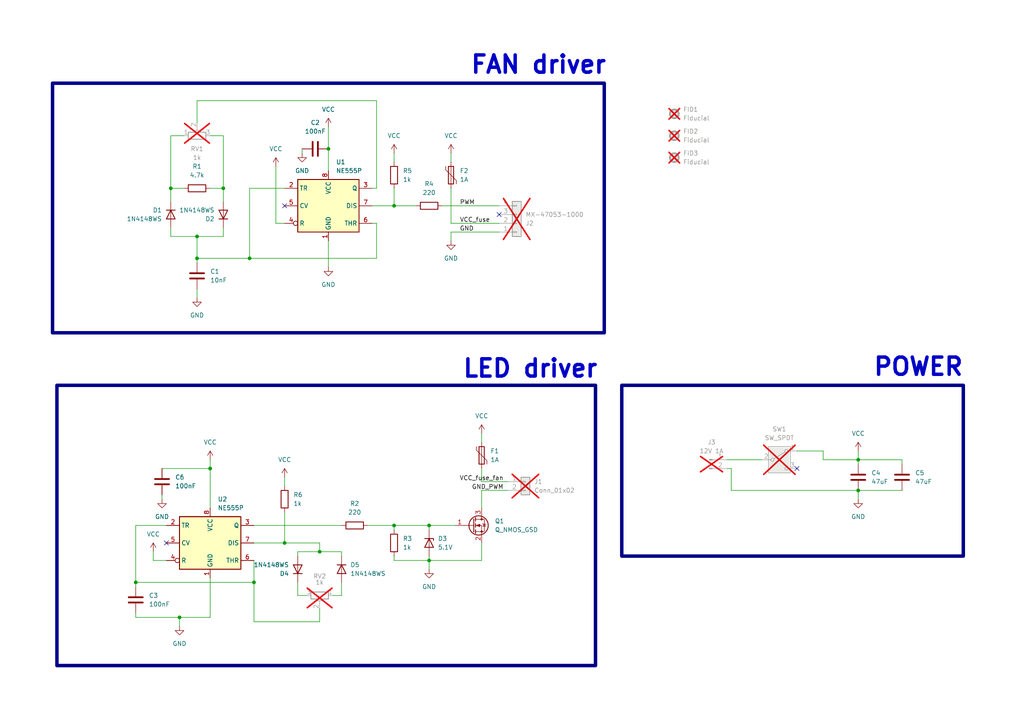
<source format=kicad_sch>
(kicad_sch (version 20231120) (generator "eeschema") (generator_version "8.0")
  (paper "A4")
  (title_block (title "Fume Extractor Controller") (date "2024-05-20") (rev "1") (comment 1 "Designer: Mark Kovacs"))
  (lib_symbols
    (symbol "Connector:Conn_01x02_Pin" (pin_names (offset 1.016) hide)
      (property "Reference" "J" (at 0 2.54 0))
      (property "Value" "Conn_01x02_Pin" (at 0 -5.08 0))
      (symbol "Conn_01x02_Pin_1_1"
        (polyline (pts (xy 1.27 -2.54) (xy 0.8636 -2.54)) (stroke (width 0.1524)))
        (polyline (pts (xy 1.27 0) (xy 0.8636 0)) (stroke (width 0.1524)))
        (rectangle (start 0.8636 -2.413) (end 0 -2.667) (stroke (width 0.1524)) (fill (type outline)))
        (rectangle (start 0.8636 0.127) (end 0 -0.127) (stroke (width 0.1524)) (fill (type outline)))
        (pin passive line (at 5.08 0 180) (length 3.81) (name "Pin_1") (number "1"))
        (pin passive line (at 5.08 -2.54 180) (length 3.81) (name "Pin_2") (number "2"))
      )
    )
    (symbol "Connector_Generic:Conn_01x02" (pin_names (offset 1.016) hide)
      (property "Reference" "J" (at 0 2.54 0))
      (property "Value" "Conn_01x02" (at 0 -5.08 0))
      (symbol "Conn_01x02_1_1"
        (rectangle (start -1.27 -2.413) (end 0 -2.667) (stroke (width 0.1524)))
        (rectangle (start -1.27 0.127) (end 0 -0.127) (stroke (width 0.1524)))
        (rectangle (start -1.27 1.27) (end 1.27 -3.81) (stroke (width 0.254)) (fill (type background)))
        (pin passive line (at -5.08 0 0) (length 3.81) (name "Pin_1") (number "1"))
        (pin passive line (at -5.08 -2.54 0) (length 3.81) (name "Pin_2") (number "2"))
      )
    )
    (symbol "Connector_Generic:Conn_01x04" (pin_names (offset 1.016) hide)
      (property "Reference" "J" (at 0 5.08 0))
      (property "Value" "Conn_01x04" (at 0 -7.62 0))
      (symbol "Conn_01x04_1_1"
        (rectangle (start -1.27 -4.953) (end 0 -5.207) (stroke (width 0.1524)))
        (rectangle (start -1.27 -2.413) (end 0 -2.667) (stroke (width 0.1524)))
        (rectangle (start -1.27 0.127) (end 0 -0.127) (stroke (width 0.1524)))
        (rectangle (start -1.27 2.667) (end 0 2.413) (stroke (width 0.1524)))
        (rectangle (start -1.27 3.81) (end 1.27 -6.35) (stroke (width 0.254)) (fill (type background)))
        (pin passive line (at -5.08 2.54 0) (length 3.81) (name "Pin_1") (number "1"))
        (pin passive line (at -5.08 0 0) (length 3.81) (name "Pin_2") (number "2"))
        (pin passive line (at -5.08 -2.54 0) (length 3.81) (name "Pin_3") (number "3"))
        (pin passive line (at -5.08 -5.08 0) (length 3.81) (name "Pin_4") (number "4"))
      )
    )
    (symbol "Device:C" (pin_numbers hide) (pin_names (offset 0.254))
      (property "Reference" "C" (at 0.635 2.54 0))
      (property "Value" "C" (at 0.635 -2.54 0))
      (symbol "C_0_1"
        (polyline (pts (xy -2.032 -0.762) (xy 2.032 -0.762)) (stroke (width 0.508)))
        (polyline (pts (xy -2.032 0.762) (xy 2.032 0.762)) (stroke (width 0.508)))
      )
      (symbol "C_1_1"
        (pin passive line (at 0 3.81 270) (length 2.794) (name "~") (number "1"))
        (pin passive line (at 0 -3.81 90) (length 2.794) (name "~") (number "2"))
      )
    )
    (symbol "Device:D" (pin_numbers hide) (pin_names (offset 1.016) hide)
      (property "Reference" "D" (at 0 2.54 0))
      (property "Value" "D" (at 0 -2.54 0))
      (symbol "D_0_1"
        (polyline (pts (xy -1.27 1.27) (xy -1.27 -1.27)) (stroke (width 0.254)))
        (polyline (pts (xy 1.27 0) (xy -1.27 0)))
        (polyline (pts (xy 1.27 1.27) (xy 1.27 -1.27) (xy -1.27 0) (xy 1.27 1.27)) (stroke (width 0.254)))
      )
      (symbol "D_1_1"
        (pin passive line (at -3.81 0 0) (length 2.54) (name "K") (number "1"))
        (pin passive line (at 3.81 0 180) (length 2.54) (name "A") (number "2"))
      )
    )
    (symbol "Device:D_Zener" (pin_numbers hide) (pin_names (offset 1.016) hide)
      (property "Reference" "D" (at 0 2.54 0))
      (property "Value" "D_Zener" (at 0 -2.54 0))
      (symbol "D_Zener_0_1"
        (polyline (pts (xy 1.27 0) (xy -1.27 0)))
        (polyline (pts (xy -1.27 -1.27) (xy -1.27 1.27) (xy -0.762 1.27)) (stroke (width 0.254)))
        (polyline (pts (xy 1.27 -1.27) (xy 1.27 1.27) (xy -1.27 0) (xy 1.27 -1.27)) (stroke (width 0.254)))
      )
      (symbol "D_Zener_1_1"
        (pin passive line (at -3.81 0 0) (length 2.54) (name "K") (number "1"))
        (pin passive line (at 3.81 0 180) (length 2.54) (name "A") (number "2"))
      )
    )
    (symbol "Device:Polyfuse" (pin_numbers hide) (pin_names (offset 0))
      (property "Reference" "F" (at -2.54 0 90))
      (property "Value" "Polyfuse" (at 2.54 0 90))
      (symbol "Polyfuse_0_1"
        (rectangle (start -0.762 2.54) (end 0.762 -2.54) (stroke (width 0.254)))
        (polyline (pts (xy 0 2.54) (xy 0 -2.54)))
        (polyline (pts (xy -1.524 2.54) (xy -1.524 1.524) (xy 1.524 -1.524) (xy 1.524 -2.54)))
      )
      (symbol "Polyfuse_1_1"
        (pin passive line (at 0 3.81 270) (length 1.27) (name "~") (number "1"))
        (pin passive line (at 0 -3.81 90) (length 1.27) (name "~") (number "2"))
      )
    )
    (symbol "Device:Q_NMOS_GSD" (pin_names (offset 0) hide)
      (property "Reference" "Q" (at 5.08 1.27 0))
      (property "Value" "Q_NMOS_GSD" (at 5.08 -1.27 0))
      (symbol "Q_NMOS_GSD_0_1"
        (polyline (pts (xy 0.254 0) (xy -2.54 0)))
        (polyline (pts (xy 0.254 1.905) (xy 0.254 -1.905)) (stroke (width 0.254)))
        (polyline (pts (xy 0.762 -1.27) (xy 0.762 -2.286)) (stroke (width 0.254)))
        (polyline (pts (xy 0.762 0.508) (xy 0.762 -0.508)) (stroke (width 0.254)))
        (polyline (pts (xy 0.762 2.286) (xy 0.762 1.27)) (stroke (width 0.254)))
        (polyline (pts (xy 2.54 2.54) (xy 2.54 1.778)))
        (polyline (pts (xy 2.54 -2.54) (xy 2.54 0) (xy 0.762 0)))
        (polyline (pts (xy 0.762 -1.778) (xy 3.302 -1.778) (xy 3.302 1.778) (xy 0.762 1.778)))
        (polyline (pts (xy 1.016 0) (xy 2.032 0.381) (xy 2.032 -0.381) (xy 1.016 0)) (fill (type outline)))
        (polyline (pts (xy 2.794 0.508) (xy 2.921 0.381) (xy 3.683 0.381) (xy 3.81 0.254)))
        (polyline (pts (xy 3.302 0.381) (xy 2.921 -0.254) (xy 3.683 -0.254) (xy 3.302 0.381)))
        (circle (center 1.651 0) (radius 2.794) (stroke (width 0.254)))
        (circle (center 2.54 -1.778) (radius 0.254) (fill (type outline)))
        (circle (center 2.54 1.778) (radius 0.254) (fill (type outline)))
      )
      (symbol "Q_NMOS_GSD_1_1"
        (pin input line (at -5.08 0 0) (length 2.54) (name "G") (number "1"))
        (pin passive line (at 2.54 -5.08 90) (length 2.54) (name "S") (number "2"))
        (pin passive line (at 2.54 5.08 270) (length 2.54) (name "D") (number "3"))
      )
    )
    (symbol "Device:R" (pin_numbers hide) (pin_names (offset 0))
      (property "Reference" "R" (at 2.032 0 90))
      (property "Value" "R" (at 0 0 90))
      (symbol "R_0_1"
        (rectangle (start -1.016 -2.54) (end 1.016 2.54) (stroke (width 0.254)))
      )
      (symbol "R_1_1"
        (pin passive line (at 0 3.81 270) (length 1.27) (name "~") (number "1"))
        (pin passive line (at 0 -3.81 90) (length 1.27) (name "~") (number "2"))
      )
    )
    (symbol "Device:R_Potentiometer_Trim" (pin_names (offset 1.016) hide)
      (property "Reference" "RV" (at -4.445 0 90))
      (property "Value" "R_Potentiometer_Trim" (at -2.54 0 90))
      (symbol "R_Potentiometer_Trim_0_1"
        (polyline (pts (xy 1.524 0.762) (xy 1.524 -0.762)))
        (polyline (pts (xy 2.54 0) (xy 1.524 0)))
        (rectangle (start 1.016 2.54) (end -1.016 -2.54) (stroke (width 0.254)))
      )
      (symbol "R_Potentiometer_Trim_1_1"
        (pin passive line (at 0 3.81 270) (length 1.27) (name "1") (number "1"))
        (pin passive line (at 3.81 0 180) (length 1.27) (name "2") (number "2"))
        (pin passive line (at 0 -3.81 90) (length 1.27) (name "3") (number "3"))
      )
    )
    (symbol "Mechanical:Fiducial"
      (property "Reference" "FID" (at 0 5.08 0))
      (property "Value" "Fiducial" (at 0 3.175 0))
      (symbol "Fiducial_0_1"
        (circle (center 0 0) (radius 1.27) (stroke (width 0.508)) (fill (type background)))
      )
    )
    (symbol "Switch:SW_SPDT" (pin_names (offset 0) hide)
      (property "Reference" "SW" (at 0 5.08 0))
      (property "Value" "SW_SPDT" (at 0 -5.08 0))
      (symbol "SW_SPDT_0_1"
        (circle (center -2.032 0) (radius 0.4572))
        (polyline (pts (xy -1.651 0.254) (xy 1.651 2.286)))
        (circle (center 2.032 -2.54) (radius 0.4572))
        (circle (center 2.032 2.54) (radius 0.4572))
      )
      (symbol "SW_SPDT_1_1"
        (rectangle (start -3.175 3.81) (end 3.175 -3.81) (fill (type background)))
        (pin passive line (at 5.08 2.54 180) (length 2.54) (name "A") (number "1"))
        (pin passive line (at -5.08 0 0) (length 2.54) (name "B") (number "2"))
        (pin passive line (at 5.08 -2.54 180) (length 2.54) (name "C") (number "3"))
      )
    )
    (symbol "Timer:NE555P"
      (property "Reference" "U" (at -10.16 8.89 0))
      (property "Value" "NE555P" (at 2.54 8.89 0))
      (symbol "NE555P_0_0"
        (pin power_in line (at 0 -10.16 90) (length 2.54) (name "GND") (number "1"))
        (pin power_in line (at 0 10.16 270) (length 2.54) (name "VCC") (number "8"))
      )
      (symbol "NE555P_0_1"
        (rectangle (start -8.89 -7.62) (end 8.89 7.62) (stroke (width 0.254)) (fill (type background)))
        (rectangle (start -8.89 -7.62) (end 8.89 7.62) (stroke (width 0.254)) (fill (type background)))
      )
      (symbol "NE555P_1_1"
        (pin input line (at -12.7 5.08 0) (length 3.81) (name "TR") (number "2"))
        (pin output line (at 12.7 5.08 180) (length 3.81) (name "Q") (number "3"))
        (pin input inverted (at -12.7 -5.08 0) (length 3.81) (name "R") (number "4"))
        (pin input line (at -12.7 0 0) (length 3.81) (name "CV") (number "5"))
        (pin input line (at 12.7 -5.08 180) (length 3.81) (name "THR") (number "6"))
        (pin input line (at 12.7 0 180) (length 3.81) (name "DIS") (number "7"))
      )
    )
    (symbol "power:GND" (power) (pin_names (offset 0))
      (property "Value" "GND" (at 0 -3.81 0))
      (symbol "GND_0_1"
        (polyline (pts (xy 0 0) (xy 0 -1.27) (xy 1.27 -1.27) (xy 0 -2.54) (xy -1.27 -1.27) (xy 0 -1.27)))
      )
      (symbol "GND_1_1"
        (pin power_in line (at 0 0 270) (length 0) hide (name "GND") (number "1"))
      )
    )
    (symbol "power:VCC" (power) (pin_names (offset 0))
      (property "Value" "VCC" (at 0 3.81 0))
      (symbol "VCC_0_1"
        (polyline (pts (xy -0.762 1.27) (xy 0 2.54)))
        (polyline (pts (xy 0 0) (xy 0 2.54)))
        (polyline (pts (xy 0 2.54) (xy 0.762 1.27)))
      )
      (symbol "VCC_1_1"
        (pin power_in line (at 0 0 90) (length 0) hide (name "VCC") (number "1"))
      )
    )
  )
  (junction (at 57.15 74.93))
  (junction (at 248.92 142.24))
  (junction (at 95.25 43.18))
  (junction (at 73.66 168.91))
  (junction (at 60.96 135.89))
  (junction (at 39.37 168.91))
  (junction (at 52.07 179.07))
  (junction (at 248.92 133.35))
  (junction (at 72.39 74.93))
  (junction (at 92.71 160.02))
  (junction (at 114.3 59.69))
  (junction (at 49.53 54.61))
  (junction (at 57.15 68.58))
  (junction (at 64.77 54.61))
  (junction (at 124.46 162.56))
  (junction (at 82.55 157.48))
  (junction (at 114.3 152.4))
  (junction (at 124.46 152.4))
  (no_connect (at 48.26 157.48))
  (no_connect (at 82.55 59.69))
  (no_connect (at 231.14 135.89))
  (no_connect (at 144.78 62.23))
  (wire (pts (xy 92.71 180.34) (xy 73.66 180.34)))
  (wire (pts (xy 139.7 142.24) (xy 139.7 147.32)))
  (wire (pts (xy 130.81 67.31) (xy 144.78 67.31)))
  (wire (pts (xy 99.06 152.4) (xy 73.66 152.4)))
  (wire (pts (xy 39.37 179.07) (xy 39.37 177.8)))
  (wire (pts (xy 124.46 152.4) (xy 124.46 153.67)))
  (wire (pts (xy 248.92 130.81) (xy 248.92 133.35)))
  (wire (pts (xy 86.36 161.29) (xy 86.36 160.02)))
  (wire (pts (xy 86.36 172.72) (xy 88.9 172.72)))
  (wire (pts (xy 210.82 133.35) (xy 220.98 133.35)))
  (wire (pts (xy 95.25 36.83) (xy 95.25 43.18)))
  (wire (pts (xy 49.53 39.37) (xy 49.53 54.61)))
  (wire (pts (xy 57.15 74.93) (xy 57.15 76.2)))
  (wire (pts (xy 248.92 142.24) (xy 261.62 142.24)))
  (wire (pts (xy 60.96 39.37) (xy 64.77 39.37)))
  (wire (pts (xy 261.62 134.62) (xy 261.62 133.35)))
  (wire (pts (xy 124.46 152.4) (xy 132.08 152.4)))
  (wire (pts (xy 114.3 152.4) (xy 124.46 152.4)))
  (wire (pts (xy 139.7 162.56) (xy 124.46 162.56)))
  (wire (pts (xy 109.22 29.21) (xy 109.22 54.61)))
  (wire (pts (xy 114.3 54.61) (xy 114.3 59.69)))
  (wire (pts (xy 39.37 168.91) (xy 73.66 168.91)))
  (wire (pts (xy 139.7 157.48) (xy 139.7 162.56)))
  (wire (pts (xy 124.46 161.29) (xy 124.46 162.56)))
  (wire (pts (xy 231.14 130.81) (xy 238.76 130.81)))
  (wire (pts (xy 212.09 142.24) (xy 212.09 135.89)))
  (wire (pts (xy 82.55 54.61) (xy 72.39 54.61)))
  (wire (pts (xy 130.81 44.45) (xy 130.81 46.99)))
  (wire (pts (xy 99.06 168.91) (xy 99.06 172.72)))
  (wire (pts (xy 114.3 161.29) (xy 114.3 162.56)))
  (wire (pts (xy 48.26 162.56) (xy 44.45 162.56)))
  (wire (pts (xy 64.77 54.61) (xy 64.77 58.42)))
  (wire (pts (xy 57.15 29.21) (xy 109.22 29.21)))
  (wire (pts (xy 64.77 39.37) (xy 64.77 54.61)))
  (wire (pts (xy 82.55 64.77) (xy 80.01 64.77)))
  (wire (pts (xy 212.09 142.24) (xy 248.92 142.24)))
  (wire (pts (xy 139.7 139.7) (xy 147.32 139.7)))
  (wire (pts (xy 128.27 59.69) (xy 144.78 59.69)))
  (wire (pts (xy 212.09 135.89) (xy 210.82 135.89)))
  (wire (pts (xy 92.71 157.48) (xy 92.71 160.02)))
  (wire (pts (xy 248.92 133.35) (xy 261.62 133.35)))
  (wire (pts (xy 95.25 43.18) (xy 95.25 49.53)))
  (wire (pts (xy 82.55 157.48) (xy 92.71 157.48)))
  (wire (pts (xy 82.55 148.59) (xy 82.55 157.48)))
  (wire (pts (xy 57.15 68.58) (xy 57.15 74.93)))
  (wire (pts (xy 60.96 167.64) (xy 60.96 179.07)))
  (wire (pts (xy 86.36 168.91) (xy 86.36 172.72)))
  (wire (pts (xy 64.77 66.04) (xy 64.77 68.58)))
  (wire (pts (xy 87.63 43.18) (xy 87.63 44.45)))
  (wire (pts (xy 114.3 152.4) (xy 114.3 153.67)))
  (wire (pts (xy 109.22 64.77) (xy 107.95 64.77)))
  (wire (pts (xy 107.95 59.69) (xy 114.3 59.69)))
  (wire (pts (xy 80.01 48.26) (xy 80.01 64.77)))
  (wire (pts (xy 60.96 135.89) (xy 60.96 147.32)))
  (wire (pts (xy 130.81 64.77) (xy 144.78 64.77)))
  (wire (pts (xy 95.25 69.85) (xy 95.25 77.47)))
  (wire (pts (xy 39.37 152.4) (xy 48.26 152.4)))
  (wire (pts (xy 49.53 68.58) (xy 57.15 68.58)))
  (wire (pts (xy 49.53 66.04) (xy 49.53 68.58)))
  (wire (pts (xy 109.22 54.61) (xy 107.95 54.61)))
  (wire (pts (xy 39.37 170.18) (xy 39.37 168.91)))
  (wire (pts (xy 60.96 54.61) (xy 64.77 54.61)))
  (wire (pts (xy 238.76 133.35) (xy 248.92 133.35)))
  (wire (pts (xy 238.76 130.81) (xy 238.76 133.35)))
  (wire (pts (xy 130.81 67.31) (xy 130.81 69.85)))
  (wire (pts (xy 86.36 160.02) (xy 92.71 160.02)))
  (wire (pts (xy 73.66 162.56) (xy 73.66 168.91)))
  (wire (pts (xy 109.22 74.93) (xy 72.39 74.93)))
  (wire (pts (xy 72.39 54.61) (xy 72.39 74.93)))
  (wire (pts (xy 53.34 39.37) (xy 49.53 39.37)))
  (wire (pts (xy 130.81 64.77) (xy 130.81 54.61)))
  (wire (pts (xy 99.06 160.02) (xy 99.06 161.29)))
  (wire (pts (xy 52.07 181.61) (xy 52.07 179.07)))
  (wire (pts (xy 72.39 74.93) (xy 57.15 74.93)))
  (wire (pts (xy 44.45 160.02) (xy 44.45 162.56)))
  (wire (pts (xy 124.46 165.1) (xy 124.46 162.56)))
  (wire (pts (xy 57.15 35.56) (xy 57.15 29.21)))
  (wire (pts (xy 52.07 179.07) (xy 60.96 179.07)))
  (wire (pts (xy 46.99 135.89) (xy 60.96 135.89)))
  (wire (pts (xy 82.55 138.43) (xy 82.55 140.97)))
  (wire (pts (xy 60.96 133.35) (xy 60.96 135.89)))
  (wire (pts (xy 92.71 160.02) (xy 99.06 160.02)))
  (wire (pts (xy 139.7 142.24) (xy 147.32 142.24)))
  (wire (pts (xy 124.46 162.56) (xy 114.3 162.56)))
  (wire (pts (xy 92.71 176.53) (xy 92.71 180.34)))
  (wire (pts (xy 39.37 179.07) (xy 52.07 179.07)))
  (wire (pts (xy 49.53 58.42) (xy 49.53 54.61)))
  (wire (pts (xy 39.37 152.4) (xy 39.37 168.91)))
  (wire (pts (xy 106.68 152.4) (xy 114.3 152.4)))
  (wire (pts (xy 46.99 144.78) (xy 46.99 143.51)))
  (wire (pts (xy 248.92 142.24) (xy 248.92 144.78)))
  (wire (pts (xy 139.7 139.7) (xy 139.7 135.89)))
  (wire (pts (xy 96.52 172.72) (xy 99.06 172.72)))
  (wire (pts (xy 73.66 157.48) (xy 82.55 157.48)))
  (wire (pts (xy 139.7 125.73) (xy 139.7 128.27)))
  (wire (pts (xy 114.3 59.69) (xy 120.65 59.69)))
  (wire (pts (xy 114.3 44.45) (xy 114.3 46.99)))
  (wire (pts (xy 57.15 68.58) (xy 64.77 68.58)))
  (wire (pts (xy 248.92 133.35) (xy 248.92 134.62)))
  (wire (pts (xy 109.22 64.77) (xy 109.22 74.93)))
  (wire (pts (xy 73.66 180.34) (xy 73.66 168.91)))
  (wire (pts (xy 57.15 83.82) (xy 57.15 86.36)))
  (wire (pts (xy 49.53 54.61) (xy 53.34 54.61)))
  (rectangle (start 15.24 24.13) (end 175.26 96.52) (stroke (width 1) (color 0 0 132 1)))
  (rectangle (start 180.34 111.76) (end 279.4 161.29) (stroke (width 1) (color 0 0 132 1)))
  (rectangle (start 16.51 111.76) (end 172.72 193.04) (stroke (width 1) (color 0 0 132 1)))
  (text "POWER" (at 252.984 109.474 0) (effects (font (size 5 5) (thickness 1) (bold yes)) (justify left bottom)))
  (text "FAN driver" (at 136.144 21.844 0) (effects (font (size 5 5) (thickness 1) (bold yes)) (justify left bottom)))
  (text "LED driver" (at 133.858 109.982 0) (effects (font (size 5 5) (thickness 1) (bold yes)) (justify left bottom)))
  (label "GND_PWM" (at 146.05 142.24 180))
  (label "VCC_fuse_fan" (at 146.05 139.7 180))
  (label "VCC_fuse" (at 133.35 64.77 0))
  (label "GND" (at 133.35 67.31 0))
  (label "PWM" (at 133.35 59.69 0))
  (symbol (lib_id "power:GND") (at 52.07 181.61 0) (unit 1)
    (property "Reference" "#PWR013" (effects (hide yes)))
    (property "Value" "GND" (at 52.07 186.69 0))
  )
  (symbol (lib_id "Connector_Generic:Conn_01x04") (at 149.86 64.77 0) (mirror x) (unit 1) (dnp yes)
    (property "Reference" "J2" (at 152.4 64.77 0) (effects (justify left)))
    (property "Value" "MX-47053-1000" (at 152.4 62.23 0) (effects (justify left)))
    (property "Footprint" "Connector:FanPinHeader_1x04_P2.54mm_Vertical" (effects (hide yes)))
    (property "Datasheet" "https://www.tme.eu/hu/details/mx-47053-1000/jelcsatlakozok-raszter-2-54mm/molex/470531000/" (effects (hide yes)))
    (property "MPN" "MX-47053-1000" (effects (hide yes)))
  )
  (symbol (lib_id "Device:R_Potentiometer_Trim") (at 92.71 172.72 270) (unit 1) (dnp yes)
    (property "Reference" "RV2" (at 92.71 167.132 90))
    (property "Value" "1k" (at 92.71 168.91 90))
    (property "Footprint" "Potentiometer_THT:Potentiometer_Piher_PT-6-H_Horizontal" (effects (hide yes)))
    (property "Datasheet" "https://www.tme.eu/hu/details/pt6lh-1k/egyfordulatu-tht-trimmerek/piher/pt6kh102a2020/" (effects (hide yes)))
    (property "Description" "PT6KH102A2020" (effects (hide yes)))
    (property "MPN" "PT6LH-1K" (effects (hide yes)))
  )
  (symbol (lib_id "power:VCC") (at 80.01 48.26 0) (unit 1)
    (property "Reference" "#PWR06" (effects (hide yes)))
    (property "Value" "VCC" (at 80.01 43.18 0))
  )
  (symbol (lib_id "Device:C") (at 46.99 139.7 180) (unit 1)
    (property "Reference" "C6" (at 50.8 138.4299 0) (effects (justify right)))
    (property "Value" "100nF" (at 50.8 140.9699 0) (effects (justify right)))
    (property "Footprint" "Capacitor_SMD:C_0603_1608Metric" (effects (hide yes)))
    (property "MPN" "C14663" (effects (hide yes)))
  )
  (symbol (lib_id "Device:R") (at 82.55 144.78 180) (unit 1)
    (property "Reference" "R6" (at 85.09 143.5099 0) (effects (justify right)))
    (property "Value" "1k" (at 85.09 146.0499 0) (effects (justify right)))
    (property "Footprint" "Resistor_SMD:R_0603_1608Metric" (effects (hide yes)))
    (property "MPN" "C22548" (effects (hide yes)))
  )
  (symbol (lib_id "Device:D") (at 49.53 62.23 90) (mirror x) (unit 1)
    (property "Reference" "D1" (at 46.99 60.96 90) (effects (justify left)))
    (property "Value" "1N4148WS" (at 46.99 63.5 90) (effects (justify left)))
    (property "Footprint" "Diode_SMD:D_SOD-323_HandSoldering" (effects (hide yes)))
    (property "Sim.Device" "D" (effects (hide yes)))
    (property "Sim.Pins" "1=K 2=A" (effects (hide yes)))
    (property "MPN" "C2128" (effects (hide yes)))
  )
  (symbol (lib_id "Device:Polyfuse") (at 130.81 50.8 180) (unit 1)
    (property "Reference" "F2" (at 133.35 49.53 0) (effects (justify right)))
    (property "Value" "1A" (at 133.35 52.07 0) (effects (justify right)))
    (property "Footprint" "Fuse:Fuse_0603_1608Metric" (effects (hide yes)))
    (property "MPN" "C151139" (effects (hide yes)))
  )
  (symbol (lib_id "Timer:NE555P") (at 60.96 157.48 0) (unit 1)
    (property "Reference" "U2" (at 63.1541 144.78 0) (effects (justify left)))
    (property "Value" "NE555P" (at 63.1541 147.32 0) (effects (justify left)))
    (property "Footprint" "Package_SO:TSSOP-8_4.4x3mm_P0.65mm" (effects (hide yes)))
    (property "Datasheet" "http://www.ti.com/lit/ds/symlink/ne555.pdf" (effects (hide yes)))
    (property "MPN" "C105643" (effects (hide yes)))
  )
  (symbol (lib_id "power:VCC") (at 82.55 138.43 0) (unit 1)
    (property "Reference" "#PWR017" (effects (hide yes)))
    (property "Value" "VCC" (at 82.55 133.35 0))
  )
  (symbol (lib_id "power:GND") (at 95.25 77.47 0) (unit 1)
    (property "Reference" "#PWR05" (effects (hide yes)))
    (property "Value" "GND" (at 95.25 82.55 0))
  )
  (symbol (lib_id "power:VCC") (at 130.81 44.45 0) (unit 1)
    (property "Reference" "#PWR012" (effects (hide yes)))
    (property "Value" "VCC" (at 130.81 39.37 0))
  )
  (symbol (lib_id "Device:C") (at 39.37 173.99 180) (unit 1)
    (property "Reference" "C3" (at 43.18 172.7199 0) (effects (justify right)))
    (property "Value" "100nF" (at 43.18 175.2599 0) (effects (justify right)))
    (property "Footprint" "Capacitor_SMD:C_0603_1608Metric" (effects (hide yes)))
    (property "MPN" "C14663" (effects (hide yes)))
  )
  (symbol (lib_id "power:GND") (at 57.15 86.36 0) (unit 1)
    (property "Reference" "#PWR01" (effects (hide yes)))
    (property "Value" "GND" (at 57.15 91.44 0))
  )
  (symbol (lib_id "Mechanical:Fiducial") (at 195.58 33.02 0) (unit 1) (dnp yes)
    (property "Reference" "FID1" (at 198.12 31.7499 0) (effects (justify left)))
    (property "Value" "Fiducial" (at 198.12 34.2899 0) (effects (justify left)))
    (property "Footprint" "Fiducial:Fiducial_0.75mm_Mask1.5mm" (effects (hide yes)))
    (property "Description" "Fiducial Marker" (effects (hide yes)))
  )
  (symbol (lib_id "power:VCC") (at 60.96 133.35 0) (unit 1)
    (property "Reference" "#PWR016" (effects (hide yes)))
    (property "Value" "VCC" (at 60.96 128.27 0))
  )
  (symbol (lib_id "power:GND") (at 130.81 69.85 0) (unit 1)
    (property "Reference" "#PWR011" (effects (hide yes)))
    (property "Value" "GND" (at 130.81 74.93 0))
  )
  (symbol (lib_id "Mechanical:Fiducial") (at 195.58 39.37 0) (unit 1) (dnp yes)
    (property "Reference" "FID2" (at 198.12 38.0999 0) (effects (justify left)))
    (property "Value" "Fiducial" (at 198.12 40.6399 0) (effects (justify left)))
    (property "Footprint" "Fiducial:Fiducial_0.75mm_Mask1.5mm" (effects (hide yes)))
    (property "Description" "Fiducial Marker" (effects (hide yes)))
  )
  (symbol (lib_id "Timer:NE555P") (at 95.25 59.69 0) (unit 1)
    (property "Reference" "U1" (at 97.4441 46.99 0) (effects (justify left)))
    (property "Value" "NE555P" (at 97.4441 49.53 0) (effects (justify left)))
    (property "Footprint" "Package_SO:TSSOP-8_4.4x3mm_P0.65mm" (effects (hide yes)))
    (property "Datasheet" "http://www.ti.com/lit/ds/symlink/ne555.pdf" (effects (hide yes)))
    (property "MPN" "C105643" (effects (hide yes)))
  )
  (symbol (lib_id "Device:C") (at 261.62 138.43 0) (unit 1)
    (property "Reference" "C5" (at 265.43 137.1599 0) (effects (justify left)))
    (property "Value" "47uF" (at 265.43 139.6999 0) (effects (justify left)))
    (property "Footprint" "Capacitor_SMD:C_1210_3225Metric" (effects (hide yes)))
    (property "MPN" "C90142" (effects (hide yes)))
  )
  (symbol (lib_id "Device:R") (at 124.46 59.69 90) (unit 1)
    (property "Reference" "R4" (at 124.46 53.34 90))
    (property "Value" "220" (at 124.46 55.88 90))
    (property "Footprint" "Resistor_SMD:R_0603_1608Metric" (effects (hide yes)))
    (property "MPN" "C22962" (effects (hide yes)))
  )
  (symbol (lib_id "Device:D") (at 99.06 165.1 270) (unit 1)
    (property "Reference" "D5" (at 101.6 163.83 90) (effects (justify left)))
    (property "Value" "1N4148WS" (at 101.6 166.37 90) (effects (justify left)))
    (property "Footprint" "Diode_SMD:D_SOD-323_HandSoldering" (effects (hide yes)))
    (property "Sim.Device" "D" (effects (hide yes)))
    (property "Sim.Pins" "1=K 2=A" (effects (hide yes)))
    (property "MPN" "C2128" (effects (hide yes)))
  )
  (symbol (lib_id "power:VCC") (at 248.92 130.81 0) (unit 1)
    (property "Reference" "#PWR010" (effects (hide yes)))
    (property "Value" "VCC" (at 248.92 125.73 0))
  )
  (symbol (lib_id "Device:R") (at 102.87 152.4 90) (unit 1)
    (property "Reference" "R2" (at 102.87 146.05 90))
    (property "Value" "220" (at 102.87 148.59 90))
    (property "Footprint" "Resistor_SMD:R_0603_1608Metric" (effects (hide yes)))
    (property "MPN" "C22962" (effects (hide yes)))
  )
  (symbol (lib_id "Connector:Conn_01x02_Pin") (at 205.74 133.35 0) (unit 1) (dnp yes)
    (property "Reference" "J3" (at 206.375 128.27 0))
    (property "Value" "12V 1A" (at 206.375 130.81 0))
    (property "Footprint" "Wire_Pad_1x2_2.54P:Wire_Pad_1x2_2.54P" (effects (hide yes)))
    (property "Description" "Generic connector, single row, 01x02, script generated" (effects (hide yes)))
  )
  (symbol (lib_id "power:VCC") (at 95.25 36.83 0) (unit 1)
    (property "Reference" "#PWR03" (effects (hide yes)))
    (property "Value" "VCC" (at 95.25 31.75 0))
  )
  (symbol (lib_id "Connector_Generic:Conn_01x02") (at 152.4 139.7 0) (unit 1) (dnp yes)
    (property "Reference" "J1" (at 154.94 139.7 0) (effects (justify left)))
    (property "Value" "Conn_01x02" (at 154.94 142.24 0) (effects (justify left)))
    (property "Footprint" "Wire_Pad_1x2_2.54P:Wire_pad_1x2_P1.27" (effects (hide yes)))
  )
  (symbol (lib_id "Device:R") (at 57.15 54.61 90) (unit 1)
    (property "Reference" "R1" (at 57.15 48.26 90))
    (property "Value" "4.7k" (at 57.15 50.8 90))
    (property "Footprint" "Resistor_SMD:R_0603_1608Metric" (effects (hide yes)))
    (property "MPN" "C23162" (effects (hide yes)))
  )
  (symbol (lib_id "power:VCC") (at 44.45 160.02 0) (unit 1)
    (property "Reference" "#PWR014" (effects (hide yes)))
    (property "Value" "VCC" (at 44.45 154.94 0))
  )
  (symbol (lib_id "Switch:SW_SPDT") (at 226.06 133.35 0) (unit 1) (dnp yes)
    (property "Reference" "SW1" (at 226.06 124.46 0))
    (property "Value" "SW_SPDT" (at 226.06 127 0))
    (property "Footprint" "Button_Switch_THT:SW_Slide_SPDT_Angled_CK_OS102011MA1Q" (effects (hide yes)))
    (property "Datasheet" "https://www.tme.eu/hu/details/os102011ma1qn1/csuszo-kapcsolok/c-k/" (effects (hide yes)))
    (property "Description" "Switch, single pole double throw" (effects (hide yes)))
    (property "MPN" "OS102011MA1QN1" (effects (hide yes)))
  )
  (symbol (lib_id "power:GND") (at 87.63 44.45 0) (unit 1)
    (property "Reference" "#PWR02" (effects (hide yes)))
    (property "Value" "GND" (at 87.63 49.53 0))
  )
  (symbol (lib_id "power:GND") (at 124.46 165.1 0) (unit 1)
    (property "Reference" "#PWR07" (effects (hide yes)))
    (property "Value" "GND" (at 124.46 170.18 0))
  )
  (symbol (lib_id "power:VCC") (at 139.7 125.73 0) (unit 1)
    (property "Reference" "#PWR08" (effects (hide yes)))
    (property "Value" "VCC" (at 139.7 120.65 0))
  )
  (symbol (lib_id "power:GND") (at 248.92 144.78 0) (unit 1)
    (property "Reference" "#PWR09" (effects (hide yes)))
    (property "Value" "GND" (at 248.92 149.86 0))
  )
  (symbol (lib_id "Device:D_Zener") (at 124.46 157.48 270) (unit 1)
    (property "Reference" "D3" (at 127 156.21 90) (effects (justify left)))
    (property "Value" "5.1V" (at 127 158.75 90) (effects (justify left)))
    (property "Footprint" "Diode_SMD:D_SOD-323_HandSoldering" (effects (hide yes)))
    (property "MPN" "C49585" (effects (hide yes)))
  )
  (symbol (lib_id "Device:Q_NMOS_GSD") (at 137.16 152.4 0) (unit 1)
    (property "Reference" "Q1" (at 143.51 151.1299 0) (effects (justify left)))
    (property "Value" "Q_NMOS_GSD" (at 143.51 153.6699 0) (effects (justify left)))
    (property "Footprint" "Package_TO_SOT_SMD:SOT-23" (effects (hide yes)))
    (property "Description" "N-MOSFET transistor, gate/source/drain" (effects (hide yes)))
    (property "MPN" "C4748722" (effects (hide yes)))
  )
  (symbol (lib_id "Device:C") (at 91.44 43.18 90) (unit 1)
    (property "Reference" "C2" (at 91.44 35.56 90))
    (property "Value" "100nF" (at 91.44 38.1 90))
    (property "Footprint" "Capacitor_SMD:C_0603_1608Metric" (effects (hide yes)))
    (property "MPN" "C14663" (effects (hide yes)))
  )
  (symbol (lib_id "Device:R") (at 114.3 50.8 180) (unit 1)
    (property "Reference" "R5" (at 116.84 49.5299 0) (effects (justify right)))
    (property "Value" "1k" (at 116.84 52.0699 0) (effects (justify right)))
    (property "Footprint" "Resistor_SMD:R_0603_1608Metric" (effects (hide yes)))
    (property "MPN" "C22548" (effects (hide yes)))
  )
  (symbol (lib_id "Device:D") (at 64.77 62.23 90) (unit 1)
    (property "Reference" "D2" (at 62.23 63.5 90) (effects (justify left)))
    (property "Value" "1N4148WS" (at 62.23 60.96 90) (effects (justify left)))
    (property "Footprint" "Diode_SMD:D_SOD-323_HandSoldering" (effects (hide yes)))
    (property "Sim.Device" "D" (effects (hide yes)))
    (property "Sim.Pins" "1=K 2=A" (effects (hide yes)))
    (property "MPN" "C2128" (effects (hide yes)))
  )
  (symbol (lib_id "power:GND") (at 46.99 144.78 0) (unit 1)
    (property "Reference" "#PWR015" (effects (hide yes)))
    (property "Value" "GND" (at 46.99 149.86 0))
  )
  (symbol (lib_id "Device:C") (at 57.15 80.01 0) (unit 1)
    (property "Reference" "C1" (at 60.96 78.7399 0) (effects (justify left)))
    (property "Value" "10nF" (at 60.96 81.2799 0) (effects (justify left)))
    (property "Footprint" "Capacitor_SMD:C_0603_1608Metric" (effects (hide yes)))
    (property "MPN" "C57112" (effects (hide yes)))
  )
  (symbol (lib_id "power:VCC") (at 114.3 44.45 0) (unit 1)
    (property "Reference" "#PWR04" (effects (hide yes)))
    (property "Value" "VCC" (at 114.3 39.37 0))
  )
  (symbol (lib_id "Device:D") (at 86.36 165.1 90) (unit 1)
    (property "Reference" "D4" (at 83.82 166.37 90) (effects (justify left)))
    (property "Value" "1N4148WS" (at 83.82 163.83 90) (effects (justify left)))
    (property "Footprint" "Diode_SMD:D_SOD-323_HandSoldering" (effects (hide yes)))
    (property "Sim.Device" "D" (effects (hide yes)))
    (property "Sim.Pins" "1=K 2=A" (effects (hide yes)))
    (property "MPN" "C2128" (effects (hide yes)))
  )
  (symbol (lib_id "Device:Polyfuse") (at 139.7 132.08 180) (unit 1)
    (property "Reference" "F1" (at 142.24 130.81 0) (effects (justify right)))
    (property "Value" "1A" (at 142.24 133.35 0) (effects (justify right)))
    (property "Footprint" "Fuse:Fuse_0603_1608Metric" (effects (hide yes)))
    (property "MPN" "C151139" (effects (hide yes)))
  )
  (symbol (lib_id "Mechanical:Fiducial") (at 195.58 45.72 0) (unit 1) (dnp yes)
    (property "Reference" "FID3" (at 198.12 44.4499 0) (effects (justify left)))
    (property "Value" "Fiducial" (at 198.12 46.9899 0) (effects (justify left)))
    (property "Footprint" "Fiducial:Fiducial_0.75mm_Mask1.5mm" (effects (hide yes)))
    (property "Description" "Fiducial Marker" (effects (hide yes)))
  )
  (symbol (lib_id "Device:C") (at 248.92 138.43 0) (unit 1)
    (property "Reference" "C4" (at 252.73 137.1599 0) (effects (justify left)))
    (property "Value" "47uF" (at 252.73 139.6999 0) (effects (justify left)))
    (property "Footprint" "Capacitor_SMD:C_1210_3225Metric" (effects (hide yes)))
    (property "MPN" "C90142" (effects (hide yes)))
  )
  (symbol (lib_id "Device:R") (at 114.3 157.48 0) (unit 1)
    (property "Reference" "R3" (at 116.84 156.2099 0) (effects (justify left)))
    (property "Value" "1k" (at 116.84 158.7499 0) (effects (justify left)))
    (property "Footprint" "Resistor_SMD:R_0603_1608Metric" (effects (hide yes)))
    (property "MPN" "C22548" (effects (hide yes)))
  )
  (symbol (lib_id "Device:R_Potentiometer_Trim") (at 57.15 39.37 90) (unit 1) (dnp yes)
    (property "Reference" "RV1" (at 57.15 43.18 90))
    (property "Value" "1k" (at 57.15 45.72 90))
    (property "Footprint" "Potentiometer_THT:Potentiometer_Piher_PT-6-H_Horizontal" (effects (hide yes)))
    (property "Description" "PT6KH102A2020" (effects (hide yes)))
    (property "MPN" "PT6LH-1K" (effects (hide yes)))
  )
)
</source>
